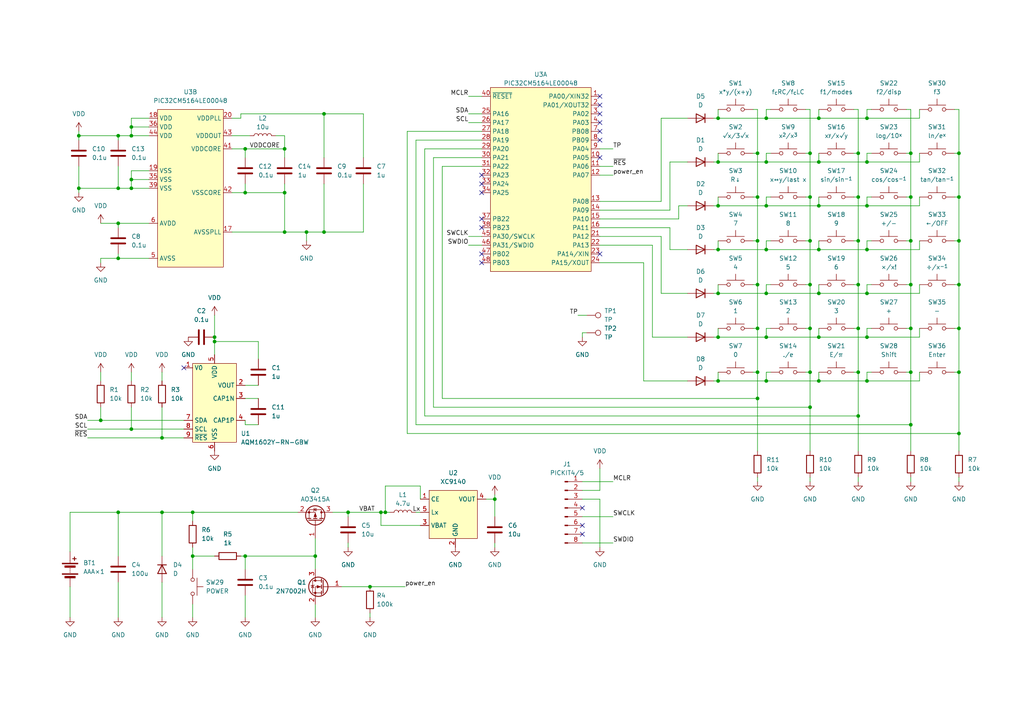
<source format=kicad_sch>
(kicad_sch (version 20231120) (generator "eeschema") (generator_version "8.0")
  (paper "A4")
  (title_block (title "RPN Scientific Calculator") (date "2024-06-21") (rev "2") (company "ice458"))
  (lib_symbols
    (symbol "Connector:Conn_01x08_Pin" (pin_names (offset 1.016) hide)
      (property "Reference" "J" (at 0 10.16 0))
      (property "Value" "Conn_01x08_Pin" (at 0 -12.7 0))
      (symbol "Conn_01x08_Pin_1_1"
        (pin passive line (at 5.08 7.62 180) (length 3.81) (name "Pin_1") (number "1"))
        (pin passive line (at 5.08 5.08 180) (length 3.81) (name "Pin_2") (number "2"))
        (pin passive line (at 5.08 2.54 180) (length 3.81) (name "Pin_3") (number "3"))
        (pin passive line (at 5.08 0 180) (length 3.81) (name "Pin_4") (number "4"))
        (pin passive line (at 5.08 -2.54 180) (length 3.81) (name "Pin_5") (number "5"))
        (pin passive line (at 5.08 -5.08 180) (length 3.81) (name "Pin_6") (number "6"))
        (pin passive line (at 5.08 -7.62 180) (length 3.81) (name "Pin_7") (number "7"))
        (pin passive line (at 5.08 -10.16 180) (length 3.81) (name "Pin_8") (number "8"))
      )
    )
    (symbol "Connector:TestPoint" (pin_numbers hide) (pin_names (offset 0.762) hide)
      (property "Reference" "TP" (at 0 6.858 0))
      (property "Value" "TestPoint" (at 0 5.08 0))
      (symbol "TestPoint_1_1"
        (pin passive line (at 0 0 90) (length 2.54) (name "1") (number "1"))
      )
    )
    (symbol "Device:Battery" (pin_numbers hide) (pin_names (offset 0) hide)
      (property "Reference" "BT" (at 2.54 2.54 0))
      (property "Value" "Battery" (at 2.54 0 0))
      (symbol "Battery_1_1"
        (pin passive line (at 0 5.08 270) (length 2.54) (name "+") (number "1"))
        (pin passive line (at 0 -5.08 90) (length 2.54) (name "-") (number "2"))
      )
    )
    (symbol "Device:C" (pin_numbers hide) (pin_names (offset 0.254))
      (property "Reference" "C" (at 0.635 2.54 0))
      (property "Value" "C" (at 0.635 -2.54 0))
      (symbol "C_1_1"
        (pin passive line (at 0 3.81 270) (length 2.794) (name "~") (number "1"))
        (pin passive line (at 0 -3.81 90) (length 2.794) (name "~") (number "2"))
      )
    )
    (symbol "Device:D" (pin_numbers hide) (pin_names (offset 1.016) hide)
      (property "Reference" "D" (at 0 2.54 0))
      (property "Value" "D" (at 0 -2.54 0))
      (symbol "D_1_1"
        (pin passive line (at -3.81 0 0) (length 2.54) (name "K") (number "1"))
        (pin passive line (at 3.81 0 180) (length 2.54) (name "A") (number "2"))
      )
    )
    (symbol "Device:L" (pin_numbers hide) (pin_names (offset 1.016) hide)
      (property "Reference" "L" (at -1.27 0 90))
      (property "Value" "L" (at 1.905 0 90))
      (symbol "L_1_1"
        (pin passive line (at 0 3.81 270) (length 1.27) (name "1") (number "1"))
        (pin passive line (at 0 -3.81 90) (length 1.27) (name "2") (number "2"))
      )
    )
    (symbol "Device:Q_PMOS_GSD" (pin_names (offset 0) hide)
      (property "Reference" "Q" (at 5.08 1.27 0))
      (property "Value" "Q_PMOS_GSD" (at 5.08 -1.27 0))
      (symbol "Q_PMOS_GSD_1_1"
        (pin input line (at -5.08 0 0) (length 2.54) (name "G") (number "1"))
        (pin passive line (at 2.54 -5.08 90) (length 2.54) (name "S") (number "2"))
        (pin passive line (at 2.54 5.08 270) (length 2.54) (name "D") (number "3"))
      )
    )
    (symbol "Device:R" (pin_numbers hide) (pin_names (offset 0))
      (property "Reference" "R" (at 2.032 0 90))
      (property "Value" "R" (at 0 0 90))
      (symbol "R_1_1"
        (pin passive line (at 0 3.81 270) (length 1.27) (name "~") (number "1"))
        (pin passive line (at 0 -3.81 90) (length 1.27) (name "~") (number "2"))
      )
    )
    (symbol "PIC32CM5164LE00048_1"
      (property "Reference" "U" (at 0 0 0))
      (property "Value" "PIC32CM5164LE00048" (at 0 0 0))
      (symbol "PIC32CM5164LE00048_1_1_1"
        (pin bidirectional line (at -16.51 -3.81 0) (length 2.54) (name "PA00/XIN32") (number "1"))
        (pin bidirectional line (at -16.51 -21.59 0) (length 2.54) (name "PA05") (number "10"))
        (pin bidirectional line (at -16.51 -24.13 0) (length 2.54) (name "PA06") (number "11"))
        (pin bidirectional line (at -16.51 -26.67 0) (length 2.54) (name "PA07") (number "12"))
        (pin bidirectional line (at -16.51 -34.29 0) (length 2.54) (name "PA08") (number "13"))
        (pin bidirectional line (at -16.51 -36.83 0) (length 2.54) (name "PA09") (number "14"))
        (pin bidirectional line (at -16.51 -39.37 0) (length 2.54) (name "PA10") (number "15"))
        (pin bidirectional line (at -16.51 -41.91 0) (length 2.54) (name "PA11") (number "16"))
        (pin bidirectional line (at -16.51 -6.35 0) (length 2.54) (name "PA01/XOUT32") (number "2"))
        (pin bidirectional line (at -16.51 -44.45 0) (length 2.54) (name "PA12") (number "21"))
        (pin bidirectional line (at -16.51 -46.99 0) (length 2.54) (name "PA13") (number "22"))
        (pin bidirectional line (at -16.51 -49.53 0) (length 2.54) (name "PA14/XIN") (number "23"))
        (pin bidirectional line (at -16.51 -52.07 0) (length 2.54) (name "PA15/XOUT") (number "24"))
        (pin bidirectional line (at 17.78 -8.89 180) (length 2.54) (name "PA16") (number "25"))
        (pin bidirectional line (at 17.78 -11.43 180) (length 2.54) (name "PA17") (number "26"))
        (pin bidirectional line (at 17.78 -13.97 180) (length 2.54) (name "PA18") (number "27"))
        (pin bidirectional line (at 17.78 -16.51 180) (length 2.54) (name "PA19") (number "28"))
        (pin bidirectional line (at 17.78 -19.05 180) (length 2.54) (name "PA20") (number "29"))
        (pin bidirectional line (at -16.51 -8.89 0) (length 2.54) (name "PA02") (number "3"))
        (pin bidirectional line (at 17.78 -21.59 180) (length 2.54) (name "PA21") (number "30"))
        (pin bidirectional line (at 17.78 -24.13 180) (length 2.54) (name "PA22") (number "31"))
        (pin bidirectional line (at 17.78 -26.67 180) (length 2.54) (name "PA23") (number "32"))
        (pin bidirectional line (at 17.78 -29.21 180) (length 2.54) (name "PA24") (number "33"))
        (pin bidirectional line (at 17.78 -31.75 180) (length 2.54) (name "PA25") (number "34"))
        (pin bidirectional line (at 17.78 -39.37 180) (length 2.54) (name "PB22") (number "37"))
        (pin bidirectional line (at 17.78 -41.91 180) (length 2.54) (name "PB23") (number "38"))
        (pin bidirectional line (at -16.51 -11.43 0) (length 2.54) (name "PA03") (number "4"))
        (pin input line (at 17.78 -3.81 180) (length 2.54) (name "~{RESET}") (number "40"))
        (pin bidirectional line (at 17.78 -44.45 180) (length 2.54) (name "PA30/SWCLK") (number "45"))
        (pin bidirectional line (at 17.78 -46.99 180) (length 2.54) (name "PA31/SWDIO") (number "46"))
        (pin bidirectional line (at 17.78 -49.53 180) (length 2.54) (name "PB02") (number "47"))
        (pin bidirectional line (at 17.78 -52.07 180) (length 2.54) (name "PB03") (number "48"))
        (pin bidirectional line (at -16.51 -13.97 0) (length 2.54) (name "PB08") (number "7"))
        (pin bidirectional line (at -16.51 -16.51 0) (length 2.54) (name "PB09") (number "8"))
        (pin bidirectional line (at -16.51 -19.05 0) (length 2.54) (name "PA04") (number "9"))
      )
      (symbol "PIC32CM5164LE00048_1_2_1"
        (pin power_in line (at 11.43 -38.1 180) (length 2.54) (name "AVSSPLL") (number "17"))
        (pin power_in line (at -12.7 -5.08 0) (length 2.54) (name "VDD") (number "18"))
        (pin power_in line (at -12.7 -20.32 0) (length 2.54) (name "VSS") (number "19"))
        (pin power_out line (at 11.43 -5.08 180) (length 2.54) (name "VDDPLL") (number "20"))
        (pin power_in line (at -12.7 -22.86 0) (length 2.54) (name "VSS") (number "35"))
        (pin power_in line (at -12.7 -7.62 0) (length 2.54) (name "VDD") (number "36"))
        (pin power_in line (at -12.7 -25.4 0) (length 2.54) (name "VSS") (number "39"))
        (pin power_in line (at 11.43 -13.97 180) (length 2.54) (name "VDDCORE") (number "41"))
        (pin power_in line (at 11.43 -26.67 180) (length 2.54) (name "VSSCORE") (number "42"))
        (pin power_out line (at 11.43 -10.16 180) (length 2.54) (name "VDDOUT") (number "43"))
        (pin power_in line (at -12.7 -10.16 0) (length 2.54) (name "VDD") (number "44"))
        (pin power_in line (at -12.7 -45.72 0) (length 2.54) (name "AVSS") (number "5"))
        (pin power_in line (at -12.7 -35.56 0) (length 2.54) (name "AVDD") (number "6"))
      )
    )
    (symbol "RPN_Scientific_Calc:XC9140"
      (property "Reference" "U" (at 0 0 0))
      (property "Value" "XC9140" (at 0 0 0))
      (symbol "XC9140_1_1"
        (pin input line (at -8.89 -3.81 0) (length 2.54) (name "CE") (number "1"))
        (pin input line (at 1.27 -17.78 90) (length 2.54) (name "GND") (number "2"))
        (pin input line (at -8.89 -11.43 0) (length 2.54) (name "VBAT") (number "3"))
        (pin input line (at 10.16 -3.81 180) (length 2.54) (name "VOUT") (number "4"))
        (pin input line (at -8.89 -7.62 0) (length 2.54) (name "Lx") (number "5"))
      )
    )
    (symbol "RPN_calc:AQM1602Y-RN-GBW"
      (property "Reference" "U" (at 0 0 0))
      (property "Value" "AQM1602Y-RN-GBW" (at 0 0 0))
      (symbol "AQM1602Y-RN-GBW_1_1"
        (pin input line (at -3.81 -3.81 0) (length 2.54) (name "V0") (number "1"))
        (pin input line (at 13.97 -8.89 180) (length 2.54) (name "VOUT") (number "2"))
        (pin input line (at 13.97 -12.7 180) (length 2.54) (name "CAP1N") (number "3"))
        (pin input line (at 13.97 -19.05 180) (length 2.54) (name "CAP1P") (number "4"))
        (pin input line (at 5.08 0 270) (length 2.54) (name "VDD") (number "5"))
        (pin input line (at 5.08 -27.94 90) (length 2.54) (name "VSS") (number "6"))
        (pin input line (at -3.81 -19.05 0) (length 2.54) (name "SDA") (number "7"))
        (pin input line (at -3.81 -21.59 0) (length 2.54) (name "SCL") (number "8"))
        (pin input line (at -3.81 -24.13 0) (length 2.54) (name "~{RES}") (number "9"))
      )
    )
    (symbol "Switch:SW_Push" (pin_numbers hide) (pin_names (offset 1.016) hide)
      (property "Reference" "SW" (at 1.27 2.54 0))
      (property "Value" "SW_Push" (at 0 -1.524 0))
      (symbol "SW_Push_0_1"
        (pin passive line (at -5.08 0 0) (length 2.54) (name "1") (number "1"))
        (pin passive line (at 5.08 0 180) (length 2.54) (name "2") (number "2"))
      )
    )
    (symbol "Transistor_FET:2N7002H" (pin_names hide)
      (property "Reference" "Q" (at 5.08 1.905 0))
      (property "Value" "2N7002H" (at 5.08 0 0))
      (symbol "2N7002H_1_1"
        (pin input line (at -5.08 0 0) (length 2.54) (name "G") (number "1"))
        (pin passive line (at 2.54 -5.08 90) (length 2.54) (name "S") (number "2"))
        (pin passive line (at 2.54 5.08 270) (length 2.54) (name "D") (number "3"))
      )
    )
    (symbol "power:GND" (power) (pin_names (offset 0))
      (property "Value" "GND" (at 0 -3.81 0))
      (symbol "GND_1_1"
        (pin power_in line (at 0 0 270) (length 0) hide (name "GND") (number "1"))
      )
    )
    (symbol "power:VDD" (power) (pin_names (offset 0))
      (property "Value" "VDD" (at 0 3.81 0))
      (symbol "VDD_1_1"
        (pin power_in line (at 0 0 90) (length 0) hide (name "VDD") (number "1"))
      )
    )
  )
  (junction (at 38.1 124.46))
  (junction (at 219.71 115.57))
  (junction (at 219.71 82.55))
  (junction (at 264.16 69.85))
  (junction (at 222.25 85.09))
  (junction (at 38.1 54.61))
  (junction (at 55.88 161.29))
  (junction (at 222.25 110.49))
  (junction (at 38.1 36.83))
  (junction (at 88.9 67.31))
  (junction (at 62.23 97.79))
  (junction (at 248.92 107.95))
  (junction (at 278.13 107.95))
  (junction (at 251.46 34.29))
  (junction (at 248.92 57.15))
  (junction (at 208.28 110.49))
  (junction (at 264.16 57.15))
  (junction (at 237.49 85.09))
  (junction (at 234.95 118.11))
  (junction (at 82.55 67.31))
  (junction (at 222.25 59.69))
  (junction (at 34.29 148.59))
  (junction (at 264.16 82.55))
  (junction (at 46.99 127))
  (junction (at 278.13 125.73))
  (junction (at 34.29 54.61))
  (junction (at 107.315 170.18))
  (junction (at 222.25 72.39))
  (junction (at 38.1 39.37))
  (junction (at 248.92 44.45))
  (junction (at 143.51 144.78))
  (junction (at 93.98 67.31))
  (junction (at 251.46 110.49))
  (junction (at 234.95 57.15))
  (junction (at 208.28 34.29))
  (junction (at 219.71 57.15))
  (junction (at 237.49 46.99))
  (junction (at 22.86 54.61))
  (junction (at 278.13 57.15))
  (junction (at 91.44 161.29))
  (junction (at 46.99 148.59))
  (junction (at 264.16 107.95))
  (junction (at 248.92 120.65))
  (junction (at 34.29 39.37))
  (junction (at 82.55 55.88))
  (junction (at 71.12 43.18))
  (junction (at 234.95 69.85))
  (junction (at 222.25 46.99))
  (junction (at 264.16 95.25))
  (junction (at 71.12 161.29))
  (junction (at 219.71 69.85))
  (junction (at 237.49 59.69))
  (junction (at 110.49 148.59))
  (junction (at 219.71 44.45))
  (junction (at 208.28 46.99))
  (junction (at 29.21 121.92))
  (junction (at 234.95 107.95))
  (junction (at 237.49 97.79))
  (junction (at 38.1 52.07))
  (junction (at 71.12 55.88))
  (junction (at 248.92 95.25))
  (junction (at 34.29 64.77))
  (junction (at 237.49 72.39))
  (junction (at 208.28 59.69))
  (junction (at 34.29 74.93))
  (junction (at 208.28 85.09))
  (junction (at 208.28 97.79))
  (junction (at 278.13 44.45))
  (junction (at 251.46 72.39))
  (junction (at 234.95 95.25))
  (junction (at 222.25 34.29))
  (junction (at 93.98 33.02))
  (junction (at 251.46 59.69))
  (junction (at 248.92 82.55))
  (junction (at 278.13 95.25))
  (junction (at 264.16 123.19))
  (junction (at 278.13 69.85))
  (junction (at 111.76 148.59))
  (junction (at 62.23 99.06))
  (junction (at 237.49 34.29))
  (junction (at 82.55 43.18))
  (junction (at 22.86 39.37))
  (junction (at 219.71 107.95))
  (junction (at 208.28 72.39))
  (junction (at 251.46 97.79))
  (junction (at 278.13 82.55))
  (junction (at 264.16 44.45))
  (junction (at 251.46 46.99))
  (junction (at 248.92 69.85))
  (junction (at 100.965 148.59))
  (junction (at 234.95 82.55))
  (junction (at 234.95 44.45))
  (junction (at 251.46 85.09))
  (junction (at 222.25 97.79))
  (junction (at 55.88 148.59))
  (junction (at 219.71 95.25))
  (junction (at 237.49 110.49))
  (no_connect (at 168.91 152.4))
  (no_connect (at 173.99 40.64))
  (no_connect (at 139.7 66.04))
  (no_connect (at 139.7 63.5))
  (no_connect (at 173.99 33.02))
  (no_connect (at 173.99 30.48))
  (no_connect (at 139.7 53.34))
  (no_connect (at 168.91 154.94))
  (no_connect (at 168.91 147.32))
  (no_connect (at 139.7 73.66))
  (no_connect (at 173.99 73.66))
  (no_connect (at 139.7 50.8))
  (no_connect (at 139.7 76.2))
  (no_connect (at 53.34 106.68))
  (no_connect (at 173.99 35.56))
  (no_connect (at 173.99 38.1))
  (no_connect (at 173.99 27.94))
  (no_connect (at 139.7 55.88))
  (no_connect (at 173.99 45.72))
  (wire (pts (xy 100.965 157.48) (xy 100.965 158.75)))
  (wire (pts (xy 55.88 151.13) (xy 55.88 148.59)))
  (wire (pts (xy 251.46 85.09) (xy 266.7 85.09)))
  (wire (pts (xy 38.1 36.83) (xy 38.1 39.37)))
  (wire (pts (xy 105.41 67.31) (xy 93.98 67.31)))
  (wire (pts (xy 91.44 179.07) (xy 91.44 175.26)))
  (wire (pts (xy 266.7 59.69) (xy 266.7 57.15)))
  (wire (pts (xy 218.44 44.45) (xy 219.71 44.45)))
  (wire (pts (xy 67.31 39.37) (xy 72.39 39.37)))
  (wire (pts (xy 251.46 46.99) (xy 251.46 44.45)))
  (wire (pts (xy 248.92 95.25) (xy 248.92 107.95)))
  (wire (pts (xy 22.86 48.26) (xy 22.86 54.61)))
  (wire (pts (xy 173.99 66.04) (xy 194.31 66.04)))
  (wire (pts (xy 276.86 82.55) (xy 278.13 82.55)))
  (wire (pts (xy 38.1 52.07) (xy 38.1 54.61)))
  (wire (pts (xy 22.86 55.88) (xy 22.86 54.61)))
  (wire (pts (xy 208.28 46.99) (xy 208.28 44.45)))
  (wire (pts (xy 80.01 39.37) (xy 82.55 39.37)))
  (wire (pts (xy 233.68 69.85) (xy 234.95 69.85)))
  (wire (pts (xy 222.25 97.79) (xy 222.25 95.25)))
  (wire (pts (xy 123.19 43.18) (xy 123.19 120.65)))
  (wire (pts (xy 208.28 31.75) (xy 208.28 34.29)))
  (wire (pts (xy 219.71 107.95) (xy 219.71 115.57)))
  (wire (pts (xy 96.52 148.59) (xy 100.965 148.59)))
  (wire (pts (xy 29.21 76.2) (xy 29.21 74.93)))
  (wire (pts (xy 173.99 58.42) (xy 191.77 58.42)))
  (wire (pts (xy 237.49 110.49) (xy 251.46 110.49)))
  (wire (pts (xy 222.25 59.69) (xy 237.49 59.69)))
  (wire (pts (xy 168.91 144.78) (xy 173.99 144.78)))
  (wire (pts (xy 67.31 55.88) (xy 71.12 55.88)))
  (wire (pts (xy 222.25 69.85) (xy 223.52 69.85)))
  (wire (pts (xy 208.28 97.79) (xy 222.25 97.79)))
  (wire (pts (xy 208.28 46.99) (xy 222.25 46.99)))
  (wire (pts (xy 82.55 53.34) (xy 82.55 55.88)))
  (wire (pts (xy 199.39 97.79) (xy 189.23 97.79)))
  (wire (pts (xy 38.1 107.95) (xy 38.1 110.49)))
  (wire (pts (xy 34.29 40.64) (xy 34.29 39.37)))
  (wire (pts (xy 218.44 107.95) (xy 219.71 107.95)))
  (wire (pts (xy 276.86 69.85) (xy 278.13 69.85)))
  (wire (pts (xy 194.31 72.39) (xy 194.31 66.04)))
  (wire (pts (xy 118.11 38.1) (xy 118.11 125.73)))
  (wire (pts (xy 110.49 148.59) (xy 111.76 148.59)))
  (wire (pts (xy 71.12 172.72) (xy 71.12 179.07)))
  (wire (pts (xy 276.86 95.25) (xy 278.13 95.25)))
  (wire (pts (xy 189.23 71.12) (xy 189.23 97.79)))
  (wire (pts (xy 278.13 69.85) (xy 278.13 82.55)))
  (wire (pts (xy 25.4 127) (xy 46.99 127)))
  (wire (pts (xy 222.25 46.99) (xy 222.25 44.45)))
  (wire (pts (xy 278.13 125.73) (xy 278.13 130.81)))
  (wire (pts (xy 237.49 110.49) (xy 237.49 107.95)))
  (wire (pts (xy 20.32 148.59) (xy 20.32 160.02)))
  (wire (pts (xy 251.46 85.09) (xy 251.46 82.55)))
  (wire (pts (xy 118.11 125.73) (xy 278.13 125.73)))
  (wire (pts (xy 110.49 148.59) (xy 110.49 152.4)))
  (wire (pts (xy 234.95 82.55) (xy 234.95 95.25)))
  (wire (pts (xy 55.88 179.07) (xy 55.88 175.26)))
  (wire (pts (xy 222.25 95.25) (xy 223.52 95.25)))
  (wire (pts (xy 38.1 124.46) (xy 53.34 124.46)))
  (wire (pts (xy 128.27 48.26) (xy 128.27 115.57)))
  (wire (pts (xy 251.46 97.79) (xy 266.7 97.79)))
  (wire (pts (xy 191.77 34.29) (xy 199.39 34.29)))
  (wire (pts (xy 278.13 95.25) (xy 278.13 107.95)))
  (wire (pts (xy 88.9 67.31) (xy 88.9 69.85)))
  (wire (pts (xy 222.25 34.29) (xy 222.25 31.75)))
  (wire (pts (xy 38.1 118.11) (xy 38.1 124.46)))
  (wire (pts (xy 135.89 27.94) (xy 139.7 27.94)))
  (wire (pts (xy 105.41 53.34) (xy 105.41 67.31)))
  (wire (pts (xy 199.39 59.69) (xy 196.85 59.69)))
  (wire (pts (xy 71.12 121.92) (xy 71.12 123.19)))
  (wire (pts (xy 208.28 72.39) (xy 222.25 72.39)))
  (wire (pts (xy 121.92 152.4) (xy 110.49 152.4)))
  (wire (pts (xy 222.25 72.39) (xy 237.49 72.39)))
  (wire (pts (xy 107.315 170.18) (xy 117.475 170.18)))
  (wire (pts (xy 233.68 95.25) (xy 234.95 95.25)))
  (wire (pts (xy 167.64 91.44) (xy 170.18 91.44)))
  (wire (pts (xy 88.9 67.31) (xy 82.55 67.31)))
  (wire (pts (xy 264.16 57.15) (xy 264.16 69.85)))
  (wire (pts (xy 120.65 40.64) (xy 120.65 123.19)))
  (wire (pts (xy 34.29 74.93) (xy 34.29 73.66)))
  (wire (pts (xy 251.46 97.79) (xy 251.46 95.25)))
  (wire (pts (xy 262.89 69.85) (xy 264.16 69.85)))
  (wire (pts (xy 168.91 157.48) (xy 177.8 157.48)))
  (wire (pts (xy 237.49 97.79) (xy 251.46 97.79)))
  (wire (pts (xy 91.44 161.29) (xy 91.44 165.1)))
  (wire (pts (xy 71.12 53.34) (xy 71.12 55.88)))
  (wire (pts (xy 222.25 85.09) (xy 237.49 85.09)))
  (wire (pts (xy 237.49 97.79) (xy 237.49 95.25)))
  (wire (pts (xy 233.68 82.55) (xy 234.95 82.55)))
  (wire (pts (xy 262.89 31.75) (xy 264.16 31.75)))
  (wire (pts (xy 262.89 57.15) (xy 264.16 57.15)))
  (wire (pts (xy 194.31 46.99) (xy 199.39 46.99)))
  (wire (pts (xy 67.31 67.31) (xy 82.55 67.31)))
  (wire (pts (xy 278.13 139.7) (xy 278.13 138.43)))
  (wire (pts (xy 251.46 107.95) (xy 252.73 107.95)))
  (wire (pts (xy 69.85 161.29) (xy 71.12 161.29)))
  (wire (pts (xy 251.46 44.45) (xy 252.73 44.45)))
  (wire (pts (xy 266.7 46.99) (xy 266.7 44.45)))
  (wire (pts (xy 125.73 45.72) (xy 139.7 45.72)))
  (wire (pts (xy 219.71 139.7) (xy 219.71 138.43)))
  (wire (pts (xy 276.86 107.95) (xy 278.13 107.95)))
  (wire (pts (xy 278.13 44.45) (xy 278.13 57.15)))
  (wire (pts (xy 62.23 99.06) (xy 62.23 102.87)))
  (wire (pts (xy 219.71 57.15) (xy 219.71 69.85)))
  (wire (pts (xy 143.51 158.75) (xy 143.51 157.48)))
  (wire (pts (xy 222.25 82.55) (xy 223.52 82.55)))
  (wire (pts (xy 69.85 33.02) (xy 93.98 33.02)))
  (wire (pts (xy 208.28 85.09) (xy 222.25 85.09)))
  (wire (pts (xy 139.7 35.56) (xy 135.89 35.56)))
  (wire (pts (xy 46.99 161.29) (xy 46.99 148.59)))
  (wire (pts (xy 173.99 135.89) (xy 173.99 142.24)))
  (wire (pts (xy 237.49 85.09) (xy 251.46 85.09)))
  (wire (pts (xy 222.25 59.69) (xy 222.25 57.15)))
  (wire (pts (xy 100.965 148.59) (xy 100.965 149.86)))
  (wire (pts (xy 71.12 161.29) (xy 71.12 165.1)))
  (wire (pts (xy 251.46 34.29) (xy 266.7 34.29)))
  (wire (pts (xy 247.65 44.45) (xy 248.92 44.45)))
  (wire (pts (xy 248.92 139.7) (xy 248.92 138.43)))
  (wire (pts (xy 264.16 44.45) (xy 264.16 57.15)))
  (wire (pts (xy 208.28 85.09) (xy 208.28 82.55)))
  (wire (pts (xy 34.29 64.77) (xy 43.18 64.77)))
  (wire (pts (xy 237.49 59.69) (xy 251.46 59.69)))
  (wire (pts (xy 251.46 72.39) (xy 266.7 72.39)))
  (wire (pts (xy 278.13 107.95) (xy 278.13 125.73)))
  (wire (pts (xy 74.93 99.06) (xy 62.23 99.06)))
  (wire (pts (xy 262.89 95.25) (xy 264.16 95.25)))
  (wire (pts (xy 105.41 33.02) (xy 93.98 33.02)))
  (wire (pts (xy 100.965 148.59) (xy 110.49 148.59)))
  (wire (pts (xy 55.88 161.29) (xy 55.88 158.75)))
  (wire (pts (xy 219.71 115.57) (xy 219.71 130.81)))
  (wire (pts (xy 111.76 148.59) (xy 113.03 148.59)))
  (wire (pts (xy 248.92 69.85) (xy 248.92 82.55)))
  (wire (pts (xy 62.23 97.79) (xy 62.23 99.06)))
  (wire (pts (xy 46.99 118.11) (xy 46.99 127)))
  (wire (pts (xy 219.71 95.25) (xy 219.71 107.95)))
  (wire (pts (xy 218.44 82.55) (xy 219.71 82.55)))
  (wire (pts (xy 93.98 33.02) (xy 93.98 45.72)))
  (wire (pts (xy 38.1 34.29) (xy 38.1 36.83)))
  (wire (pts (xy 237.49 31.75) (xy 237.49 34.29)))
  (wire (pts (xy 38.1 54.61) (xy 34.29 54.61)))
  (wire (pts (xy 222.25 107.95) (xy 223.52 107.95)))
  (wire (pts (xy 234.95 69.85) (xy 234.95 82.55)))
  (wire (pts (xy 199.39 85.09) (xy 191.77 85.09)))
  (wire (pts (xy 219.71 82.55) (xy 219.71 95.25)))
  (wire (pts (xy 208.28 72.39) (xy 208.28 69.85)))
  (wire (pts (xy 233.68 57.15) (xy 234.95 57.15)))
  (wire (pts (xy 234.95 107.95) (xy 234.95 118.11)))
  (wire (pts (xy 248.92 120.65) (xy 248.92 130.81)))
  (wire (pts (xy 233.68 31.75) (xy 234.95 31.75)))
  (wire (pts (xy 55.88 161.29) (xy 62.23 161.29)))
  (wire (pts (xy 38.1 39.37) (xy 43.18 39.37)))
  (wire (pts (xy 247.65 107.95) (xy 248.92 107.95)))
  (wire (pts (xy 128.27 115.57) (xy 219.71 115.57)))
  (wire (pts (xy 222.25 46.99) (xy 237.49 46.99)))
  (wire (pts (xy 276.86 44.45) (xy 278.13 44.45)))
  (wire (pts (xy 207.01 72.39) (xy 208.28 72.39)))
  (wire (pts (xy 74.93 104.14) (xy 74.93 99.06)))
  (wire (pts (xy 248.92 82.55) (xy 248.92 95.25)))
  (wire (pts (xy 251.46 95.25) (xy 252.73 95.25)))
  (wire (pts (xy 222.25 44.45) (xy 223.52 44.45)))
  (wire (pts (xy 251.46 31.75) (xy 252.73 31.75)))
  (wire (pts (xy 264.16 31.75) (xy 264.16 44.45)))
  (wire (pts (xy 207.01 85.09) (xy 208.28 85.09)))
  (wire (pts (xy 262.89 107.95) (xy 264.16 107.95)))
  (wire (pts (xy 191.77 58.42) (xy 191.77 34.29)))
  (wire (pts (xy 278.13 57.15) (xy 278.13 69.85)))
  (wire (pts (xy 266.7 110.49) (xy 266.7 107.95)))
  (wire (pts (xy 99.06 170.18) (xy 107.315 170.18)))
  (wire (pts (xy 222.25 72.39) (xy 222.25 69.85)))
  (wire (pts (xy 251.46 46.99) (xy 266.7 46.99)))
  (wire (pts (xy 222.25 57.15) (xy 223.52 57.15)))
  (wire (pts (xy 46.99 107.95) (xy 46.99 110.49)))
  (wire (pts (xy 262.89 82.55) (xy 264.16 82.55)))
  (wire (pts (xy 222.25 85.09) (xy 222.25 82.55)))
  (wire (pts (xy 93.98 67.31) (xy 88.9 67.31)))
  (wire (pts (xy 208.28 59.69) (xy 208.28 57.15)))
  (wire (pts (xy 82.55 39.37) (xy 82.55 43.18)))
  (wire (pts (xy 237.49 59.69) (xy 237.49 57.15)))
  (wire (pts (xy 173.99 144.78) (xy 173.99 158.75)))
  (wire (pts (xy 207.01 97.79) (xy 208.28 97.79)))
  (wire (pts (xy 46.99 168.91) (xy 46.99 179.07)))
  (wire (pts (xy 219.71 44.45) (xy 219.71 57.15)))
  (wire (pts (xy 22.86 38.1) (xy 22.86 39.37)))
  (wire (pts (xy 218.44 69.85) (xy 219.71 69.85)))
  (wire (pts (xy 234.95 57.15) (xy 234.95 69.85)))
  (wire (pts (xy 82.55 45.72) (xy 82.55 43.18)))
  (wire (pts (xy 248.92 44.45) (xy 248.92 57.15)))
  (wire (pts (xy 123.19 43.18) (xy 139.7 43.18)))
  (wire (pts (xy 266.7 97.79) (xy 266.7 95.25)))
  (wire (pts (xy 264.16 69.85) (xy 264.16 82.55)))
  (wire (pts (xy 207.01 46.99) (xy 208.28 46.99)))
  (wire (pts (xy 55.88 148.59) (xy 86.36 148.59)))
  (wire (pts (xy 168.91 149.86) (xy 177.8 149.86)))
  (wire (pts (xy 278.13 82.55) (xy 278.13 95.25)))
  (wire (pts (xy 29.21 107.95) (xy 29.21 110.49)))
  (wire (pts (xy 71.12 45.72) (xy 71.12 43.18)))
  (wire (pts (xy 168.91 142.24) (xy 173.99 142.24)))
  (wire (pts (xy 199.39 110.49) (xy 186.69 110.49)))
  (wire (pts (xy 38.1 49.53) (xy 38.1 52.07)))
  (wire (pts (xy 222.25 97.79) (xy 237.49 97.79)))
  (wire (pts (xy 128.27 48.26) (xy 139.7 48.26)))
  (wire (pts (xy 55.88 161.29) (xy 55.88 165.1)))
  (wire (pts (xy 208.28 97.79) (xy 208.28 95.25)))
  (wire (pts (xy 38.1 49.53) (xy 43.18 49.53)))
  (wire (pts (xy 219.71 31.75) (xy 219.71 44.45)))
  (wire (pts (xy 135.89 68.58) (xy 139.7 68.58)))
  (wire (pts (xy 237.49 34.29) (xy 251.46 34.29)))
  (wire (pts (xy 120.65 123.19) (xy 264.16 123.19)))
  (wire (pts (xy 251.46 69.85) (xy 252.73 69.85)))
  (wire (pts (xy 237.49 72.39) (xy 251.46 72.39)))
  (wire (pts (xy 207.01 110.49) (xy 208.28 110.49)))
  (wire (pts (xy 121.92 148.59) (xy 120.65 148.59)))
  (wire (pts (xy 194.31 60.96) (xy 194.31 46.99)))
  (wire (pts (xy 219.71 69.85) (xy 219.71 82.55)))
  (wire (pts (xy 34.29 179.07) (xy 34.29 168.91)))
  (wire (pts (xy 43.18 34.29) (xy 38.1 34.29)))
  (wire (pts (xy 121.92 140.97) (xy 111.76 140.97)))
  (wire (pts (xy 125.73 45.72) (xy 125.73 118.11)))
  (wire (pts (xy 107.315 177.8) (xy 107.315 179.07)))
  (wire (pts (xy 218.44 57.15) (xy 219.71 57.15)))
  (wire (pts (xy 222.25 31.75) (xy 223.52 31.75)))
  (wire (pts (xy 251.46 72.39) (xy 251.46 69.85)))
  (wire (pts (xy 247.65 82.55) (xy 248.92 82.55)))
  (wire (pts (xy 208.28 110.49) (xy 222.25 110.49)))
  (wire (pts (xy 278.13 31.75) (xy 278.13 44.45)))
  (wire (pts (xy 34.29 148.59) (xy 34.29 161.29)))
  (wire (pts (xy 251.46 34.29) (xy 251.46 31.75)))
  (wire (pts (xy 34.29 148.59) (xy 46.99 148.59)))
  (wire (pts (xy 143.51 149.86) (xy 143.51 144.78)))
  (wire (pts (xy 91.44 161.29) (xy 91.44 156.21)))
  (wire (pts (xy 177.8 48.26) (xy 173.99 48.26)))
  (wire (pts (xy 251.46 57.15) (xy 252.73 57.15)))
  (wire (pts (xy 71.12 55.88) (xy 82.55 55.88)))
  (wire (pts (xy 20.32 148.59) (xy 34.29 148.59)))
  (wire (pts (xy 71.12 43.18) (xy 67.31 43.18)))
  (wire (pts (xy 234.95 95.25) (xy 234.95 107.95)))
  (wire (pts (xy 168.91 96.52) (xy 168.91 97.79)))
  (wire (pts (xy 247.65 57.15) (xy 248.92 57.15)))
  (wire (pts (xy 237.49 46.99) (xy 237.49 44.45)))
  (wire (pts (xy 186.69 76.2) (xy 186.69 110.49)))
  (wire (pts (xy 247.65 95.25) (xy 248.92 95.25)))
  (wire (pts (xy 233.68 107.95) (xy 234.95 107.95)))
  (wire (pts (xy 120.65 40.64) (xy 139.7 40.64)))
  (wire (pts (xy 82.55 43.18) (xy 71.12 43.18)))
  (wire (pts (xy 208.28 110.49) (xy 208.28 107.95)))
  (wire (pts (xy 29.21 121.92) (xy 53.34 121.92)))
  (wire (pts (xy 71.12 111.76) (xy 74.93 111.76)))
  (wire (pts (xy 123.19 120.65) (xy 248.92 120.65)))
  (wire (pts (xy 264.16 95.25) (xy 264.16 107.95)))
  (wire (pts (xy 262.89 44.45) (xy 264.16 44.45)))
  (wire (pts (xy 46.99 127) (xy 53.34 127)))
  (wire (pts (xy 38.1 52.07) (xy 43.18 52.07)))
  (wire (pts (xy 173.99 76.2) (xy 186.69 76.2)))
  (wire (pts (xy 34.29 48.26) (xy 34.29 54.61)))
  (wire (pts (xy 191.77 68.58) (xy 191.77 85.09)))
  (wire (pts (xy 266.7 85.09) (xy 266.7 82.55)))
  (wire (pts (xy 173.99 43.18) (xy 177.8 43.18)))
  (wire (pts (xy 125.73 118.11) (xy 234.95 118.11)))
  (wire (pts (xy 43.18 54.61) (xy 38.1 54.61)))
  (wire (pts (xy 233.68 44.45) (xy 234.95 44.45)))
  (wire (pts (xy 248.92 57.15) (xy 248.92 69.85)))
  (wire (pts (xy 218.44 95.25) (xy 219.71 95.25)))
  (wire (pts (xy 20.32 170.18) (xy 20.32 179.07)))
  (wire (pts (xy 29.21 74.93) (xy 34.29 74.93)))
  (wire (pts (xy 69.85 34.29) (xy 67.31 34.29)))
  (wire (pts (xy 248.92 31.75) (xy 248.92 44.45)))
  (wire (pts (xy 196.85 59.69) (xy 196.85 63.5)))
  (wire (pts (xy 43.18 36.83) (xy 38.1 36.83)))
  (wire (pts (xy 143.51 143.51) (xy 143.51 144.78)))
  (wire (pts (xy 71.12 115.57) (xy 74.93 115.57)))
  (wire (pts (xy 237.49 85.09) (xy 237.49 82.55)))
  (wire (pts (xy 34.29 66.04) (xy 34.29 64.77)))
  (wire (pts (xy 71.12 123.19) (xy 74.93 123.19)))
  (wire (pts (xy 29.21 118.11) (xy 29.21 121.92)))
  (wire (pts (xy 276.86 57.15) (xy 278.13 57.15)))
  (wire (pts (xy 234.95 118.11) (xy 234.95 130.81)))
  (wire (pts (xy 222.25 110.49) (xy 222.25 107.95)))
  (wire (pts (xy 237.49 72.39) (xy 237.49 69.85)))
  (wire (pts (xy 25.4 124.46) (xy 38.1 124.46)))
  (wire (pts (xy 173.99 63.5) (xy 196.85 63.5)))
  (wire (pts (xy 264.16 123.19) (xy 264.16 130.81)))
  (wire (pts (xy 34.29 39.37) (xy 38.1 39.37)))
  (wire (pts (xy 82.55 55.88) (xy 82.55 67.31)))
  (wire (pts (xy 121.92 140.97) (xy 121.92 144.78)))
  (wire (pts (xy 251.46 110.49) (xy 266.7 110.49)))
  (wire (pts (xy 207.01 34.29) (xy 208.28 34.29)))
  (wire (pts (xy 34.29 54.61) (xy 22.86 54.61)))
  (wire (pts (xy 234.95 139.7) (xy 234.95 138.43)))
  (wire (pts (xy 93.98 53.34) (xy 93.98 67.31)))
  (wire (pts (xy 22.86 39.37) (xy 22.86 40.64)))
  (wire (pts (xy 43.18 74.93) (xy 34.29 74.93)))
  (wire (pts (xy 222.25 34.29) (xy 237.49 34.29)))
  (wire (pts (xy 173.99 60.96) (xy 194.31 60.96)))
  (wire (pts (xy 208.28 59.69) (xy 222.25 59.69)))
  (wire (pts (xy 237.49 46.99) (xy 251.46 46.99)))
  (wire (pts (xy 173.99 71.12) (xy 189.23 71.12)))
  (wire (pts (xy 251.46 82.55) (xy 252.73 82.55)))
  (wire (pts (xy 62.23 91.44) (xy 62.23 97.79)))
  (wire (pts (xy 71.12 161.29) (xy 91.44 161.29)))
  (wire (pts (xy 105.41 45.72) (xy 105.41 33.02)))
  (wire (pts (xy 170.18 96.52) (xy 168.91 96.52)))
  (wire (pts (xy 247.65 69.85) (xy 248.92 69.85)))
  (wire (pts (xy 199.39 72.39) (xy 194.31 72.39)))
  (wire (pts (xy 111.76 140.97) (xy 111.76 148.59)))
  (wire (pts (xy 143.51 144.78) (xy 140.97 144.78)))
  (wire (pts (xy 222.25 110.49) (xy 237.49 110.49)))
  (wire (pts (xy 247.65 31.75) (xy 248.92 31.75)))
  (wire (pts (xy 266.7 72.39) (xy 266.7 69.85)))
  (wire (pts (xy 173.99 68.58) (xy 191.77 68.58)))
  (wire (pts (xy 46.99 148.59) (xy 55.88 148.59)))
  (wire (pts (xy 118.11 38.1) (xy 139.7 38.1)))
  (wire (pts (xy 264.16 82.55) (xy 264.16 95.25)))
  (wire (pts (xy 251.46 59.69) (xy 266.7 59.69)))
  (wire (pts (xy 276.86 31.75) (xy 278.13 31.75)))
  (wire (pts (xy 234.95 31.75) (xy 234.95 44.45)))
  (wire (pts (xy 22.86 39.37) (xy 34.29 39.37)))
  (wire (pts (xy 251.46 110.49) (xy 251.46 107.95)))
  (wire (pts (xy 234.95 44.45) (xy 234.95 57.15)))
  (wire (pts (xy 135.89 33.02) (xy 139.7 33.02)))
  (wire (pts (xy 218.44 31.75) (xy 219.71 31.75)))
  (wire (pts (xy 29.21 64.77) (xy 34.29 64.77)))
  (wire (pts (xy 264.16 107.95) (xy 264.16 123.19)))
  (wire (pts (xy 208.28 34.29) (xy 222.25 34.29)))
  (wire (pts (xy 69.85 33.02) (xy 69.85 34.29)))
  (wire (pts (xy 207.01 59.69) (xy 208.28 59.69)))
  (wire (pts (xy 266.7 31.75) (xy 266.7 34.29)))
  (wire (pts (xy 177.8 50.8) (xy 173.99 50.8)))
  (wire (pts (xy 248.92 107.95) (xy 248.92 120.65)))
  (wire (pts (xy 251.46 59.69) (xy 251.46 57.15)))
  (wire (pts (xy 25.4 121.92) (xy 29.21 121.92)))
  (wire (pts (xy 135.89 71.12) (xy 139.7 71.12)))
  (wire (pts (xy 264.16 139.7) (xy 264.16 138.43)))
  (wire (pts (xy 168.91 139.7) (xy 177.8 139.7)))
  (label "TP" (at 177.8 43.18 0))
  (label "SWCLK" (at 135.89 68.58 180))
  (label "Lx" (at 121.92 148.59 180))
  (label "SDA" (at 135.89 33.02 180))
  (label "MCLR" (at 177.8 139.7 0))
  (label "power_en" (at 177.8 50.8 0))
  (label "SCL" (at 25.4 124.46 180))
  (label "SDA" (at 25.4 121.92 180))
  (label "SCL" (at 135.89 35.56 180))
  (label "~{RES}" (at 177.8 48.26 0))
  (label "SWCLK" (at 177.8 149.86 0))
  (label "SWDIO" (at 135.89 71.12 180))
  (label "power_en" (at 117.475 170.18 0))
  (label "VDDCORE" (at 72.39 43.18 0))
  (label "MCLR" (at 135.89 27.94 180))
  (label "~{RES}" (at 25.4 127 180))
  (label "TP" (at 167.64 91.44 180))
  (label "SWDIO" (at 177.8 157.48 0))
  (label "VBAT" (at 104.14 148.59 0))
  (symbol (lib_id "power:GND") (at 46.99 179.07 0) (unit 1)
    (property "Reference" "#PWR025" (effects (hide yes)))
    (property "Value" "GND" (at 46.99 184.15 0))
  )
  (symbol (lib_id "Switch:SW_Push") (at 228.6 95.25 0) (unit 1)
    (property "Reference" "SW13" (at 228.6 87.63 0))
    (property "Value" "2" (at 228.6 90.17 0))
    (property "Footprint" "Button_Switch_THT:SW_PUSH_6mm" (effects (hide yes)))
  )
  (symbol (lib_id "Switch:SW_Push") (at 228.6 44.45 0) (unit 1)
    (property "Reference" "SW9" (at 228.6 36.83 0))
    (property "Value" "x^{2}/x^{3}" (at 228.6 39.37 0))
    (property "Footprint" "Button_Switch_THT:SW_PUSH_6mm" (effects (hide yes)))
  )
  (symbol (lib_id "Connector:TestPoint") (at 170.18 96.52 270) (unit 1)
    (property "Reference" "TP2" (at 175.26 95.2499 90) (effects (justify left)))
    (property "Value" "TP" (at 175.26 97.7899 90) (effects (justify left)))
    (property "Footprint" "TestPoint:TestPoint_Pad_D1.0mm" (effects (hide yes)))
    (property "Description" "test point" (effects (hide yes)))
  )
  (symbol (lib_id "power:VDD") (at 46.99 107.95 0) (unit 1)
    (property "Reference" "#PWR024" (effects (hide yes)))
    (property "Value" "VDD" (at 46.99 102.87 0))
  )
  (symbol (lib_id "Device:C") (at 22.86 44.45 180) (unit 1)
    (property "Reference" "C10" (at 26.67 43.1799 0) (effects (justify right)))
    (property "Value" "0.1u" (at 26.67 45.7199 0) (effects (justify right)))
    (property "Footprint" "Capacitor_SMD:C_0603_1608Metric" (effects (hide yes)))
  )
  (symbol (lib_id "Device:C") (at 34.29 44.45 180) (unit 1)
    (property "Reference" "C13" (at 38.1 43.1799 0) (effects (justify right)))
    (property "Value" "0.1u" (at 38.1 45.7199 0) (effects (justify right)))
    (property "Footprint" "Capacitor_SMD:C_0603_1608Metric" (effects (hide yes)))
  )
  (symbol (lib_id "Device:C") (at 71.12 168.91 180) (unit 1)
    (property "Reference" "C3" (at 74.93 167.6399 0) (effects (justify right)))
    (property "Value" "0.1u" (at 74.93 170.1799 0) (effects (justify right)))
    (property "Footprint" "Capacitor_SMD:C_0603_1608Metric" (effects (hide yes)))
  )
  (symbol (lib_id "Device:R") (at 107.315 173.99 180) (unit 1)
    (property "Reference" "R4" (at 109.22 172.7199 0) (effects (justify right)))
    (property "Value" "100k" (at 109.22 175.2599 0) (effects (justify right)))
    (property "Footprint" "Resistor_SMD:R_0603_1608Metric" (effects (hide yes)))
  )
  (symbol (lib_id "Switch:SW_Push") (at 257.81 57.15 0) (unit 1)
    (property "Reference" "SW24" (at 257.81 49.53 0))
    (property "Value" "cos/cos^{-1}" (at 257.81 52.07 0))
    (property "Footprint" "Button_Switch_THT:SW_PUSH_6mm" (effects (hide yes)))
  )
  (symbol (lib_id "Switch:SW_Push") (at 228.6 31.75 0) (unit 1)
    (property "Reference" "SW8" (at 228.6 24.13 0))
    (property "Value" "f_{c}RC/f_{c}LC" (at 228.6 26.67 0))
    (property "Footprint" "Button_Switch_THT:SW_PUSH_6mm" (effects (hide yes)))
  )
  (symbol (lib_id "power:VDD") (at 173.99 135.89 0) (unit 1)
    (property "Reference" "#PWR014" (effects (hide yes)))
    (property "Value" "VDD" (at 173.99 130.81 0))
  )
  (symbol (lib_id "Switch:SW_Push") (at 257.81 107.95 0) (unit 1)
    (property "Reference" "SW28" (at 257.81 100.33 0))
    (property "Value" "Shift" (at 257.81 102.87 0))
    (property "Footprint" "Button_Switch_THT:SW_PUSH_6mm" (effects (hide yes)))
  )
  (symbol (lib_id "Device:C") (at 58.42 97.79 90) (unit 1)
    (property "Reference" "C2" (at 58.42 90.17 90))
    (property "Value" "0.1u" (at 58.42 92.71 90))
    (property "Footprint" "Capacitor_SMD:C_0603_1608Metric" (effects (hide yes)))
  )
  (symbol (lib_id "Device:R") (at 248.92 134.62 0) (unit 1)
    (property "Reference" "R9" (at 251.46 133.3499 0) (effects (justify left)))
    (property "Value" "10k" (at 251.46 135.8899 0) (effects (justify left)))
    (property "Footprint" "Resistor_SMD:R_0603_1608Metric" (effects (hide yes)))
  )
  (symbol (lib_id "Switch:SW_Push") (at 228.6 57.15 0) (unit 1)
    (property "Reference" "SW10" (at 228.6 49.53 0))
    (property "Value" "x↔y/last x" (at 228.6 52.07 0))
    (property "Footprint" "Button_Switch_THT:SW_PUSH_6mm" (effects (hide yes)))
  )
  (symbol (lib_id "Device:R") (at 234.95 134.62 0) (unit 1)
    (property "Reference" "R10" (at 237.49 133.3499 0) (effects (justify left)))
    (property "Value" "10k" (at 237.49 135.8899 0) (effects (justify left)))
    (property "Footprint" "Resistor_SMD:R_0603_1608Metric" (effects (hide yes)))
  )
  (symbol (lib_id "Connector:TestPoint") (at 170.18 91.44 270) (unit 1)
    (property "Reference" "TP1" (at 175.26 90.1699 90) (effects (justify left)))
    (property "Value" "TP" (at 175.26 92.7099 90) (effects (justify left)))
    (property "Footprint" "TestPoint:TestPoint_Pad_D1.0mm" (effects (hide yes)))
    (property "Description" "test point" (effects (hide yes)))
  )
  (symbol (lib_id "Device:R") (at 264.16 134.62 0) (unit 1)
    (property "Reference" "R8" (at 266.7 133.3499 0) (effects (justify left)))
    (property "Value" "10k" (at 266.7 135.8899 0) (effects (justify left)))
    (property "Footprint" "Resistor_SMD:R_0603_1608Metric" (effects (hide yes)))
  )
  (symbol (lib_id "Device:C") (at 93.98 49.53 180) (unit 1)
    (property "Reference" "C9" (at 97.79 48.2599 0) (effects (justify right)))
    (property "Value" "0.1u" (at 97.79 50.7999 0) (effects (justify right)))
    (property "Footprint" "Capacitor_SMD:C_0603_1608Metric" (effects (hide yes)))
  )
  (symbol (lib_id "Switch:SW_Push") (at 213.36 44.45 0) (unit 1)
    (property "Reference" "SW2" (at 213.36 36.83 0))
    (property "Value" "√x/3√x" (at 213.36 39.37 0))
    (property "Footprint" "Button_Switch_THT:SW_PUSH_6mm" (effects (hide yes)))
  )
  (symbol (lib_id "power:GND") (at 88.9 69.85 0) (unit 1)
    (property "Reference" "#PWR028" (effects (hide yes)))
    (property "Value" "GND" (at 88.9 74.93 0))
  )
  (symbol (lib_id "Device:R") (at 46.99 114.3 0) (unit 1)
    (property "Reference" "R3" (at 49.53 113.03 0) (effects (justify left)))
    (property "Value" "10k" (at 49.53 115.57 0) (effects (justify left)))
    (property "Footprint" "Resistor_SMD:R_0603_1608Metric" (effects (hide yes)))
  )
  (symbol (lib_id "power:GND") (at 55.88 179.07 0) (unit 1)
    (property "Reference" "#PWR07" (effects (hide yes)))
    (property "Value" "GND" (at 55.88 184.15 0))
  )
  (symbol (lib_id "Device:C") (at 105.41 49.53 180) (unit 1)
    (property "Reference" "C7" (at 109.22 48.2599 0) (effects (justify right)))
    (property "Value" "1u" (at 109.22 50.7999 0) (effects (justify right)))
    (property "Footprint" "Capacitor_SMD:C_0603_1608Metric" (effects (hide yes)))
  )
  (symbol (lib_id "power:GND") (at 264.16 139.7 0) (unit 1)
    (property "Reference" "#PWR018" (effects (hide yes)))
    (property "Value" "GND" (at 264.16 144.78 0))
  )
  (symbol (lib_id "Device:C") (at 34.29 165.1 180) (unit 1)
    (property "Reference" "C4" (at 38.1 163.8299 0) (effects (justify right)))
    (property "Value" "100u" (at 38.1 166.3699 0) (effects (justify right)))
    (property "Footprint" "Capacitor_SMD:C_1206_3216Metric" (effects (hide yes)))
  )
  (symbol (lib_id "Switch:SW_Push") (at 271.78 57.15 0) (unit 1)
    (property "Reference" "SW32" (at 271.78 49.53 0))
    (property "Value" "tan/tan^{-1}" (at 271.78 52.07 0))
    (property "Footprint" "Button_Switch_THT:SW_PUSH_6mm" (effects (hide yes)))
  )
  (symbol (lib_id "Switch:SW_Push") (at 242.57 82.55 0) (unit 1)
    (property "Reference" "SW19" (at 242.57 74.93 0))
    (property "Value" "6" (at 242.57 77.47 0))
    (property "Footprint" "Button_Switch_THT:SW_PUSH_6mm" (effects (hide yes)))
  )
  (symbol (lib_id "Switch:SW_Push") (at 271.78 69.85 0) (unit 1)
    (property "Reference" "SW33" (at 271.78 62.23 0))
    (property "Value" "←/OFF" (at 271.78 64.77 0))
    (property "Footprint" "Button_Switch_THT:SW_PUSH_6mm" (effects (hide yes)))
  )
  (symbol (lib_id "power:GND") (at 29.21 76.2 0) (unit 1)
    (property "Reference" "#PWR027" (effects (hide yes)))
    (property "Value" "GND" (at 29.21 81.28 0))
  )
  (symbol (lib_id "power:GND") (at 62.23 130.81 0) (unit 1)
    (property "Reference" "#PWR020" (effects (hide yes)))
    (property "Value" "GND" (at 62.23 135.89 0))
  )
  (symbol (lib_id "Switch:SW_Push") (at 228.6 107.95 0) (unit 1)
    (property "Reference" "SW14" (at 228.6 100.33 0))
    (property "Value" "./e" (at 228.6 102.87 0))
    (property "Footprint" "Button_Switch_THT:SW_PUSH_6mm" (effects (hide yes)))
  )
  (symbol (lib_id "power:GND") (at 54.61 97.79 0) (unit 1)
    (property "Reference" "#PWR012" (effects (hide yes)))
    (property "Value" "GND" (at 54.61 102.87 0))
  )
  (symbol (lib_id "Device:C") (at 74.93 107.95 180) (unit 1)
    (property "Reference" "C1" (at 78.74 106.6799 0) (effects (justify right)))
    (property "Value" "1u" (at 78.74 109.2199 0) (effects (justify right)))
    (property "Footprint" "Capacitor_SMD:C_0603_1608Metric" (effects (hide yes)))
  )
  (symbol (lib_id "Switch:SW_Push") (at 242.57 44.45 0) (unit 1)
    (property "Reference" "SW16" (at 242.57 36.83 0))
    (property "Value" "x^{y}/x√y" (at 242.57 39.37 0))
    (property "Footprint" "Button_Switch_THT:SW_PUSH_6mm" (effects (hide yes)))
  )
  (symbol (lib_id "Switch:SW_Push") (at 257.81 95.25 0) (unit 1)
    (property "Reference" "SW27" (at 257.81 87.63 0))
    (property "Value" "+" (at 257.81 90.17 0))
    (property "Footprint" "Button_Switch_THT:SW_PUSH_6mm" (effects (hide yes)))
  )
  (symbol (lib_id "Device:Q_PMOS_GSD") (at 91.44 151.13 270) (mirror x) (unit 1)
    (property "Reference" "Q2" (at 91.44 142.24 90))
    (property "Value" "AO3415A" (at 91.44 144.78 90))
    (property "Footprint" "Package_TO_SOT_SMD:SOT-23" (effects (hide yes)))
  )
  (symbol (lib_id "Device:R") (at 55.88 154.94 0) (unit 1)
    (property "Reference" "R6" (at 58.42 153.67 0) (effects (justify left)))
    (property "Value" "10k" (at 58.42 156.21 0) (effects (justify left)))
    (property "Footprint" "Resistor_SMD:R_0603_1608Metric" (effects (hide yes)))
  )
  (symbol (lib_id "power:GND") (at 234.95 139.7 0) (unit 1)
    (property "Reference" "#PWR016" (effects (hide yes)))
    (property "Value" "GND" (at 234.95 144.78 0))
  )
  (symbol (lib_id "Switch:SW_Push") (at 257.81 31.75 0) (unit 1)
    (property "Reference" "SW22" (at 257.81 24.13 0))
    (property "Value" "f2/disp" (at 257.81 26.67 0))
    (property "Footprint" "Button_Switch_THT:SW_PUSH_6mm" (effects (hide yes)))
  )
  (symbol (lib_id "Device:D") (at 203.2 59.69 180) (unit 1)
    (property "Reference" "D2" (at 203.2 53.34 0))
    (property "Value" "D" (at 203.2 55.88 0))
    (property "Footprint" "Diode_SMD:D_SOD-123" (effects (hide yes)))
    (property "Sim.Device" "D" (effects (hide yes)))
    (property "Sim.Pins" "1=K 2=A" (effects (hide yes)))
  )
  (symbol (lib_id "Device:D") (at 46.99 165.1 270) (unit 1)
    (property "Reference" "D4" (at 50.165 163.8299 90) (effects (justify left)))
    (property "Value" "D" (at 50.165 166.3699 90) (effects (justify left)))
    (property "Footprint" "Diode_SMD:D_SOD-123" (effects (hide yes)))
    (property "Sim.Device" "D" (effects (hide yes)))
    (property "Sim.Pins" "1=K 2=A" (effects (hide yes)))
  )
  (symbol (lib_id "power:VDD") (at 29.21 107.95 0) (unit 1)
    (property "Reference" "#PWR023" (effects (hide yes)))
    (property "Value" "VDD" (at 29.21 102.87 0))
  )
  (symbol (lib_id "Switch:SW_Push") (at 213.36 31.75 0) (unit 1)
    (property "Reference" "SW1" (at 213.36 24.13 0))
    (property "Value" "x*y/(x+y)" (at 213.36 26.67 0))
    (property "Footprint" "Button_Switch_THT:SW_PUSH_6mm" (effects (hide yes)))
  )
  (symbol (lib_id "power:GND") (at 71.12 179.07 0) (unit 1)
    (property "Reference" "#PWR06" (effects (hide yes)))
    (property "Value" "GND" (at 71.12 184.15 0))
  )
  (symbol (lib_name "PIC32CM5164LE00048_1") (lib_id "RPN_Scientific_Calc:PIC32CM5164LE00048") (at 55.88 29.21 0) (unit 2)
    (property "Reference" "U3" (at 55.245 26.67 0))
    (property "Value" "PIC32CM5164LE00048" (at 55.245 29.21 0))
    (property "Footprint" "Package_QFP:TQFP-48_7x7mm_P0.5mm" (effects (hide yes)))
  )
  (symbol (lib_id "Device:C") (at 71.12 49.53 180) (unit 1)
    (property "Reference" "C12" (at 74.93 48.2599 0) (effects (justify right)))
    (property "Value" "0.1u" (at 74.93 50.7999 0) (effects (justify right)))
    (property "Footprint" "Capacitor_SMD:C_0603_1608Metric" (effects (hide yes)))
  )
  (symbol (lib_id "Device:R") (at 38.1 114.3 0) (unit 1)
    (property "Reference" "R2" (at 40.64 113.0299 0) (effects (justify left)))
    (property "Value" "10k" (at 40.64 115.5699 0) (effects (justify left)))
    (property "Footprint" "Resistor_SMD:R_0603_1608Metric" (effects (hide yes)))
  )
  (symbol (lib_id "power:GND") (at 107.315 179.07 0) (unit 1)
    (property "Reference" "#PWR09" (effects (hide yes)))
    (property "Value" "GND" (at 107.315 184.15 0))
  )
  (symbol (lib_id "Transistor_FET:2N7002H") (at 93.98 170.18 0) (mirror y) (unit 1)
    (property "Reference" "Q1" (at 88.9 168.91 0) (effects (justify left)))
    (property "Value" "2N7002H" (at 88.9 171.45 0) (effects (justify left)))
    (property "Footprint" "Package_TO_SOT_SMD:SOT-23" (effects (hide yes)))
    (property "Datasheet" "http://www.diodes.com/assets/Datasheets/2N7002H.pdf" (effects (hide yes)))
    (property "Description" "0.21A Id, 60V Vds, N-Channel MOSFET, SOT-23" (effects (hide yes)))
  )
  (symbol (lib_id "Switch:SW_Push") (at 213.36 82.55 0) (unit 1)
    (property "Reference" "SW5" (at 213.36 74.93 0))
    (property "Value" "4" (at 213.36 77.47 0))
    (property "Footprint" "Button_Switch_THT:SW_PUSH_6mm" (effects (hide yes)))
  )
  (symbol (lib_id "Switch:SW_Push") (at 271.78 95.25 0) (unit 1)
    (property "Reference" "SW35" (at 271.78 87.63 0))
    (property "Value" "-" (at 271.78 90.17 0))
    (property "Footprint" "Button_Switch_THT:SW_PUSH_6mm" (effects (hide yes)))
  )
  (symbol (lib_id "Device:D") (at 203.2 46.99 180) (unit 1)
    (property "Reference" "D1" (at 203.2 40.64 0))
    (property "Value" "D" (at 203.2 43.18 0))
    (property "Footprint" "Diode_SMD:D_SOD-123" (effects (hide yes)))
    (property "Sim.Device" "D" (effects (hide yes)))
    (property "Sim.Pins" "1=K 2=A" (effects (hide yes)))
  )
  (symbol (lib_id "Switch:SW_Push") (at 213.36 69.85 0) (unit 1)
    (property "Reference" "SW4" (at 213.36 62.23 0))
    (property "Value" "7" (at 213.36 64.77 0))
    (property "Footprint" "Button_Switch_THT:SW_PUSH_6mm" (effects (hide yes)))
  )
  (symbol (lib_id "Device:C") (at 82.55 49.53 180) (unit 1)
    (property "Reference" "C14" (at 86.36 48.2599 0) (effects (justify right)))
    (property "Value" "1u" (at 86.36 50.7999 0) (effects (justify right)))
    (property "Footprint" "Capacitor_SMD:C_0603_1608Metric" (effects (hide yes)))
  )
  (symbol (lib_id "RPN_calc:AQM1602Y-RN-GBW") (at 57.15 102.87 0) (unit 1)
    (property "Reference" "U1" (at 69.85 125.73 0) (effects (justify left)))
    (property "Value" "AQM1602Y-RN-GBW" (at 69.85 128.27 0) (effects (justify left)))
    (property "Footprint" "My_Display:AQM1602Y-RN-GBW" (effects (hide yes)))
  )
  (symbol (lib_id "Device:D") (at 203.2 72.39 180) (unit 1)
    (property "Reference" "D3" (at 203.2 66.04 0))
    (property "Value" "D" (at 203.2 68.58 0))
    (property "Footprint" "Diode_SMD:D_SOD-123" (effects (hide yes)))
    (property "Sim.Device" "D" (effects (hide yes)))
    (property "Sim.Pins" "1=K 2=A" (effects (hide yes)))
  )
  (symbol (lib_id "Device:R") (at 29.21 114.3 0) (unit 1)
    (property "Reference" "R1" (at 31.75 113.0299 0) (effects (justify left)))
    (property "Value" "10k" (at 31.75 115.5699 0) (effects (justify left)))
    (property "Footprint" "Resistor_SMD:R_0603_1608Metric" (effects (hide yes)))
  )
  (symbol (lib_id "Switch:SW_Push") (at 242.57 31.75 0) (unit 1)
    (property "Reference" "SW15" (at 242.57 24.13 0))
    (property "Value" "f1/modes" (at 242.57 26.67 0))
    (property "Footprint" "Button_Switch_THT:SW_PUSH_6mm" (effects (hide yes)))
  )
  (symbol (lib_id "Switch:SW_Push") (at 257.81 82.55 0) (unit 1)
    (property "Reference" "SW26" (at 257.81 74.93 0))
    (property "Value" "×/x!" (at 257.81 77.47 0))
    (property "Footprint" "Button_Switch_THT:SW_PUSH_6mm" (effects (hide yes)))
  )
  (symbol (lib_id "Connector:Conn_01x08_Pin") (at 163.83 147.32 0) (unit 1)
    (property "Reference" "J1" (at 164.465 134.62 0))
    (property "Value" "PICKIT4/5" (at 164.465 137.16 0))
    (property "Footprint" "Connector_PinHeader_2.54mm:PinHeader_1x08_P2.54mm_Vertical" (effects (hide yes)))
    (property "Description" "Generic connector, single row, 01x08, script generated" (effects (hide yes)))
  )
  (symbol (lib_id "power:GND") (at 20.32 179.07 0) (unit 1)
    (property "Reference" "#PWR05" (effects (hide yes)))
    (property "Value" "GND" (at 20.32 184.15 0))
  )
  (symbol (lib_id "Device:C") (at 34.29 69.85 180) (unit 1)
    (property "Reference" "C8" (at 38.1 68.5799 0) (effects (justify right)))
    (property "Value" "0.1u" (at 38.1 71.1199 0) (effects (justify right)))
    (property "Footprint" "Capacitor_SMD:C_0603_1608Metric" (effects (hide yes)))
  )
  (symbol (lib_id "power:GND") (at 100.965 158.75 0) (unit 1)
    (property "Reference" "#PWR026" (effects (hide yes)))
    (property "Value" "GND" (at 100.965 163.83 0))
  )
  (symbol (lib_id "Switch:SW_Push") (at 213.36 95.25 0) (unit 1)
    (property "Reference" "SW6" (at 213.36 87.63 0))
    (property "Value" "1" (at 213.36 90.17 0))
    (property "Footprint" "Button_Switch_THT:SW_PUSH_6mm" (effects (hide yes)))
  )
  (symbol (lib_id "Switch:SW_Push") (at 242.57 69.85 0) (unit 1)
    (property "Reference" "SW18" (at 242.57 62.23 0))
    (property "Value" "9" (at 242.57 64.77 0))
    (property "Footprint" "Button_Switch_THT:SW_PUSH_6mm" (effects (hide yes)))
  )
  (symbol (lib_id "Device:C") (at 143.51 153.67 180) (unit 1)
    (property "Reference" "C6" (at 147.32 152.3999 0) (effects (justify right)))
    (property "Value" "10u" (at 147.32 154.9399 0) (effects (justify right)))
    (property "Footprint" "Capacitor_SMD:C_0603_1608Metric" (effects (hide yes)))
  )
  (symbol (lib_id "power:GND") (at 168.91 97.79 0) (unit 1)
    (property "Reference" "#PWR030" (effects (hide yes)))
    (property "Value" "GND" (at 168.91 102.87 0))
  )
  (symbol (lib_id "Device:D") (at 203.2 85.09 180) (unit 1)
    (property "Reference" "D6" (at 203.2 78.74 0))
    (property "Value" "D" (at 203.2 81.28 0))
    (property "Footprint" "Diode_SMD:D_SOD-123" (effects (hide yes)))
    (property "Sim.Device" "D" (effects (hide yes)))
    (property "Sim.Pins" "1=K 2=A" (effects (hide yes)))
  )
  (symbol (lib_id "Switch:SW_Push") (at 228.6 82.55 0) (unit 1)
    (property "Reference" "SW12" (at 228.6 74.93 0))
    (property "Value" "5" (at 228.6 77.47 0))
    (property "Footprint" "Button_Switch_THT:SW_PUSH_6mm" (effects (hide yes)))
  )
  (symbol (lib_id "power:VDD") (at 29.21 64.77 0) (unit 1)
    (property "Reference" "#PWR013" (effects (hide yes)))
    (property "Value" "VDD" (at 29.21 59.69 0))
  )
  (symbol (lib_id "power:VDD") (at 22.86 38.1 0) (unit 1)
    (property "Reference" "#PWR04" (effects (hide yes)))
    (property "Value" "VDD" (at 22.86 33.02 0))
  )
  (symbol (lib_id "power:GND") (at 22.86 55.88 0) (unit 1)
    (property "Reference" "#PWR010" (effects (hide yes)))
    (property "Value" "GND" (at 22.86 60.96 0))
  )
  (symbol (lib_id "Switch:SW_Push") (at 213.36 57.15 0) (unit 1)
    (property "Reference" "SW3" (at 213.36 49.53 0))
    (property "Value" "R↓" (at 213.36 52.07 0))
    (property "Footprint" "Button_Switch_THT:SW_PUSH_6mm" (effects (hide yes)))
  )
  (symbol (lib_id "RPN_Scientific_Calc:XC9140") (at 130.81 140.97 0) (unit 1)
    (property "Reference" "U2" (at 131.445 137.16 0))
    (property "Value" "XC9140" (at 131.445 139.7 0))
    (property "Footprint" "Package_TO_SOT_SMD:SOT-23-5" (effects (hide yes)))
  )
  (symbol (lib_id "Switch:SW_Push") (at 242.57 95.25 0) (unit 1)
    (property "Reference" "SW20" (at 242.57 87.63 0))
    (property "Value" "3" (at 242.57 90.17 0))
    (property "Footprint" "Button_Switch_THT:SW_PUSH_6mm" (effects (hide yes)))
  )
  (symbol (lib_id "power:VDD") (at 143.51 143.51 0) (unit 1)
    (property "Reference" "#PWR03" (effects (hide yes)))
    (property "Value" "VDD" (at 143.51 138.43 0))
  )
  (symbol (lib_id "power:GND") (at 143.51 158.75 0) (unit 1)
    (property "Reference" "#PWR02" (effects (hide yes)))
    (property "Value" "GND" (at 143.51 163.83 0))
  )
  (symbol (lib_id "Device:D") (at 203.2 34.29 180) (unit 1)
    (property "Reference" "D5" (at 203.2 27.94 0))
    (property "Value" "D" (at 203.2 30.48 0))
    (property "Footprint" "Diode_SMD:D_SOD-123" (effects (hide yes)))
    (property "Sim.Device" "D" (effects (hide yes)))
    (property "Sim.Pins" "1=K 2=A" (effects (hide yes)))
  )
  (symbol (lib_id "Switch:SW_Push") (at 213.36 107.95 0) (unit 1)
    (property "Reference" "SW7" (at 213.36 100.33 0))
    (property "Value" "0" (at 213.36 102.87 0))
    (property "Footprint" "Button_Switch_THT:SW_PUSH_6mm" (effects (hide yes)))
  )
  (symbol (lib_id "Device:R") (at 219.71 134.62 0) (unit 1)
    (property "Reference" "R11" (at 222.25 133.3499 0) (effects (justify left)))
    (property "Value" "10k" (at 222.25 135.8899 0) (effects (justify left)))
    (property "Footprint" "Resistor_SMD:R_0603_1608Metric" (effects (hide yes)))
  )
  (symbol (lib_id "Switch:SW_Push") (at 271.78 82.55 0) (unit 1)
    (property "Reference" "SW34" (at 271.78 74.93 0))
    (property "Value" "÷/x^{-1}" (at 271.78 77.47 0))
    (property "Footprint" "Button_Switch_THT:SW_PUSH_6mm" (effects (hide yes)))
  )
  (symbol (lib_id "Device:C") (at 100.965 153.67 180) (unit 1)
    (property "Reference" "C5" (at 104.775 152.3999 0) (effects (justify right)))
    (property "Value" "10u" (at 104.775 154.9399 0) (effects (justify right)))
    (property "Footprint" "Capacitor_SMD:C_0603_1608Metric" (effects (hide yes)))
  )
  (symbol (lib_id "power:GND") (at 248.92 139.7 0) (unit 1)
    (property "Reference" "#PWR017" (effects (hide yes)))
    (property "Value" "GND" (at 248.92 144.78 0))
  )
  (symbol (lib_id "Device:R") (at 278.13 134.62 0) (unit 1)
    (property "Reference" "R7" (at 280.67 133.3499 0) (effects (justify left)))
    (property "Value" "10k" (at 280.67 135.8899 0) (effects (justify left)))
    (property "Footprint" "Resistor_SMD:R_0603_1608Metric" (effects (hide yes)))
  )
  (symbol (lib_id "power:GND") (at 173.99 158.75 0) (unit 1)
    (property "Reference" "#PWR021" (effects (hide yes)))
    (property "Value" "GND" (at 173.99 163.83 0))
  )
  (symbol (lib_id "power:VDD") (at 62.23 91.44 0) (unit 1)
    (property "Reference" "#PWR011" (effects (hide yes)))
    (property "Value" "VDD" (at 62.23 86.36 0))
  )
  (symbol (lib_id "Switch:SW_Push") (at 271.78 31.75 0) (unit 1)
    (property "Reference" "SW30" (at 271.78 24.13 0))
    (property "Value" "f3" (at 271.78 26.67 0))
    (property "Footprint" "Button_Switch_THT:SW_PUSH_6mm" (effects (hide yes)))
  )
  (symbol (lib_id "power:GND") (at 219.71 139.7 0) (unit 1)
    (property "Reference" "#PWR015" (effects (hide yes)))
    (property "Value" "GND" (at 219.71 144.78 0))
  )
  (symbol (lib_id "Device:L") (at 76.2 39.37 90) (unit 1)
    (property "Reference" "L2" (at 76.2 34.29 90))
    (property "Value" "10u" (at 76.2 36.83 90))
    (property "Footprint" "Inductor_SMD:L_1008_2520Metric" (effects (hide yes)))
    (property "Description" "Inductor" (effects (hide yes)))
  )
  (symbol (lib_name "PIC32CM5164LE00048_1") (lib_id "RPN_Scientific_Calc:PIC32CM5164LE00048") (at 157.48 24.13 0) (mirror y) (unit 1)
    (property "Reference" "U3" (at 156.845 21.59 0))
    (property "Value" "PIC32CM5164LE00048" (at 156.845 24.13 0))
    (property "Footprint" "Package_QFP:TQFP-48_7x7mm_P0.5mm" (effects (hide yes)))
  )
  (symbol (lib_id "Device:Battery") (at 20.32 165.1 0) (unit 1)
    (property "Reference" "BT1" (at 24.13 163.2584 0) (effects (justify left)))
    (property "Value" "AAA×1" (at 24.13 165.7984 0) (effects (justify left)))
    (property "Footprint" "Battery:BatteryHolder_Keystone_2466_1xAAA" (effects (hide yes)))
  )
  (symbol (lib_id "Device:R") (at 66.04 161.29 90) (unit 1)
    (property "Reference" "R5" (at 66.04 154.94 90))
    (property "Value" "1k" (at 66.04 157.48 90))
    (property "Footprint" "Resistor_SMD:R_0603_1608Metric" (effects (hide yes)))
  )
  (symbol (lib_id "Switch:SW_Push") (at 271.78 44.45 0) (unit 1)
    (property "Reference" "SW31" (at 271.78 36.83 0))
    (property "Value" "ln/e^{x}" (at 271.78 39.37 0))
    (property "Footprint" "Button_Switch_THT:SW_PUSH_6mm" (effects (hide yes)))
  )
  (symbol (lib_id "Device:C") (at 74.93 119.38 180) (unit 1)
    (property "Reference" "C11" (at 78.74 118.1099 0) (effects (justify right)))
    (property "Value" "1u" (at 78.74 120.6499 0) (effects (justify right)))
    (property "Footprint" "Capacitor_SMD:C_0603_1608Metric" (effects (hide yes)))
  )
  (symbol (lib_id "Switch:SW_Push") (at 257.81 44.45 0) (unit 1)
    (property "Reference" "SW23" (at 257.81 36.83 0))
    (property "Value" "log/10^{x}" (at 257.81 39.37 0))
    (property "Footprint" "Button_Switch_THT:SW_PUSH_6mm" (effects (hide yes)))
  )
  (symbol (lib_id "Switch:SW_Push") (at 55.88 170.18 270) (unit 1)
    (property "Reference" "SW29" (at 59.69 168.91 90) (effects (justify left)))
    (property "Value" "POWER" (at 59.69 171.45 90) (effects (justify left)))
    (property "Footprint" "Button_Switch_THT:SW_PUSH_6mm" (effects (hide yes)))
  )
  (symbol (lib_id "power:GND") (at 132.08 158.75 0) (unit 1)
    (property "Reference" "#PWR01" (effects (hide yes)))
    (property "Value" "GND" (at 132.08 163.83 0))
  )
  (symbol (lib_id "power:GND") (at 34.29 179.07 0) (unit 1)
    (property "Reference" "#PWR029" (effects (hide yes)))
    (property "Value" "GND" (at 34.29 184.15 0))
  )
  (symbol (lib_id "Device:D") (at 203.2 97.79 180) (unit 1)
    (property "Reference" "D7" (at 203.2 91.44 0))
    (property "Value" "D" (at 203.2 93.98 0))
    (property "Footprint" "Diode_SMD:D_SOD-123" (effects (hide yes)))
    (property "Sim.Device" "D" (effects (hide yes)))
    (property "Sim.Pins" "1=K 2=A" (effects (hide yes)))
  )
  (symbol (lib_id "Switch:SW_Push") (at 242.57 107.95 0) (unit 1)
    (property "Reference" "SW21" (at 242.57 100.33 0))
    (property "Value" "E/π" (at 242.57 102.87 0))
    (property "Footprint" "Button_Switch_THT:SW_PUSH_6mm" (effects (hide yes)))
  )
  (symbol (lib_id "Switch:SW_Push") (at 257.81 69.85 0) (unit 1)
    (property "Reference" "SW25" (at 257.81 62.23 0))
    (property "Value" "+/-" (at 257.81 64.77 0))
    (property "Footprint" "Button_Switch_THT:SW_PUSH_6mm" (effects (hide yes)))
  )
  (symbol (lib_id "Switch:SW_Push") (at 228.6 69.85 0) (unit 1)
    (property "Reference" "SW11" (at 228.6 62.23 0))
    (property "Value" "8" (at 228.6 64.77 0))
    (property "Footprint" "Button_Switch_THT:SW_PUSH_6mm" (effects (hide yes)))
  )
  (symbol (lib_id "power:VDD") (at 38.1 107.95 0) (unit 1)
    (property "Reference" "#PWR022" (effects (hide yes)))
    (property "Value" "VDD" (at 38.1 102.87 0))
  )
  (symbol (lib_id "Device:D") (at 203.2 110.49 180) (unit 1)
    (property "Reference" "D8" (at 203.2 104.14 0))
    (property "Value" "D" (at 203.2 106.68 0))
    (property "Footprint" "Diode_SMD:D_SOD-123" (effects (hide yes)))
    (property "Sim.Device" "D" (effects (hide yes)))
    (property "Sim.Pins" "1=K 2=A" (effects (hide yes)))
  )
  (symbol (lib_id "Switch:SW_Push") (at 271.78 107.95 0) (unit 1)
    (property "Reference" "SW36" (at 271.78 100.33 0))
    (property "Value" "Enter" (at 271.78 102.87 0))
    (property "Footprint" "Button_Switch_THT:SW_PUSH_6mm" (effects (hide yes)))
  )
  (symbol (lib_id "power:GND") (at 91.44 179.07 0) (unit 1)
    (property "Reference" "#PWR08" (effects (hide yes)))
    (property "Value" "GND" (at 91.44 184.15 0))
  )
  (symbol (lib_id "Device:L") (at 116.84 148.59 90) (unit 1)
    (property "Reference" "L1" (at 116.84 143.51 90))
    (property "Value" "4.7u" (at 116.84 146.05 90))
    (property "Footprint" "Inductor_SMD:L_1008_2520Metric" (effects (hide yes)))
    (property "Description" "Inductor" (effects (hide yes)))
  )
  (symbol (lib_id "Switch:SW_Push") (at 242.57 57.15 0) (unit 1)
    (property "Reference" "SW17" (at 242.57 49.53 0))
    (property "Value" "sin/sin^{-1}" (at 242.57 52.07 0))
    (property "Footprint" "Button_Switch_THT:SW_PUSH_6mm" (effects (hide yes)))
  )
  (symbol (lib_id "power:GND") (at 278.13 139.7 0) (unit 1)
    (property "Reference" "#PWR019" (effects (hide yes)))
    (property "Value" "GND" (at 278.13 144.78 0))
  )
)
</source>
